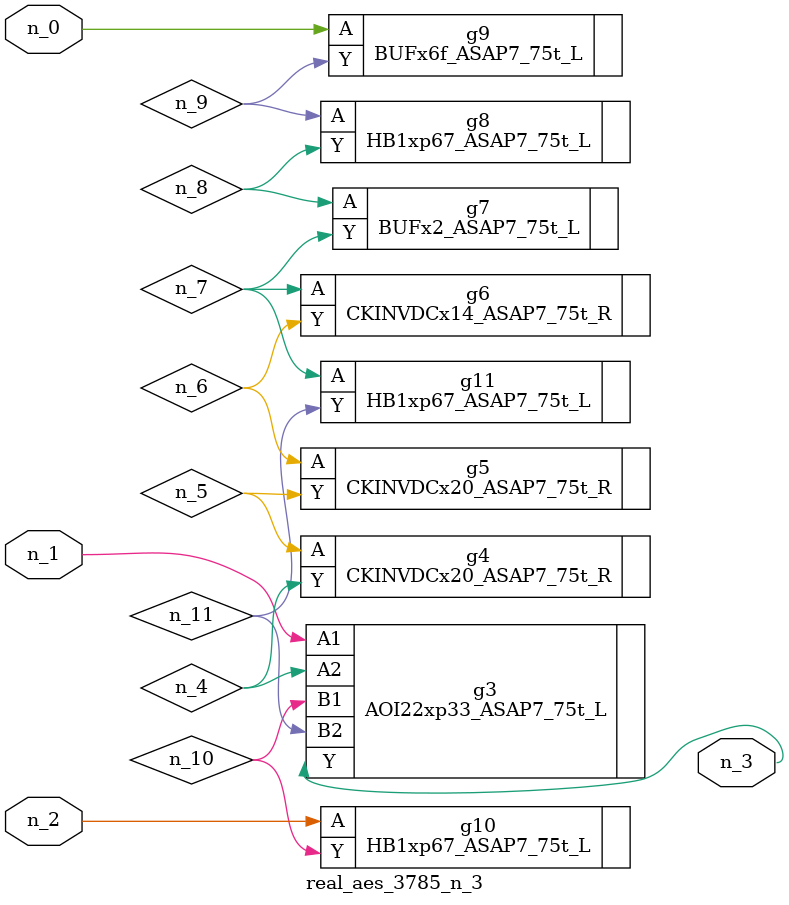
<source format=v>
module real_aes_3785_n_3 (n_0, n_2, n_1, n_3);
input n_0;
input n_2;
input n_1;
output n_3;
wire n_4;
wire n_5;
wire n_7;
wire n_8;
wire n_6;
wire n_9;
wire n_10;
wire n_11;
BUFx6f_ASAP7_75t_L g9 ( .A(n_0), .Y(n_9) );
AOI22xp33_ASAP7_75t_L g3 ( .A1(n_1), .A2(n_4), .B1(n_10), .B2(n_11), .Y(n_3) );
HB1xp67_ASAP7_75t_L g10 ( .A(n_2), .Y(n_10) );
CKINVDCx20_ASAP7_75t_R g4 ( .A(n_5), .Y(n_4) );
CKINVDCx20_ASAP7_75t_R g5 ( .A(n_6), .Y(n_5) );
CKINVDCx14_ASAP7_75t_R g6 ( .A(n_7), .Y(n_6) );
HB1xp67_ASAP7_75t_L g11 ( .A(n_7), .Y(n_11) );
BUFx2_ASAP7_75t_L g7 ( .A(n_8), .Y(n_7) );
HB1xp67_ASAP7_75t_L g8 ( .A(n_9), .Y(n_8) );
endmodule
</source>
